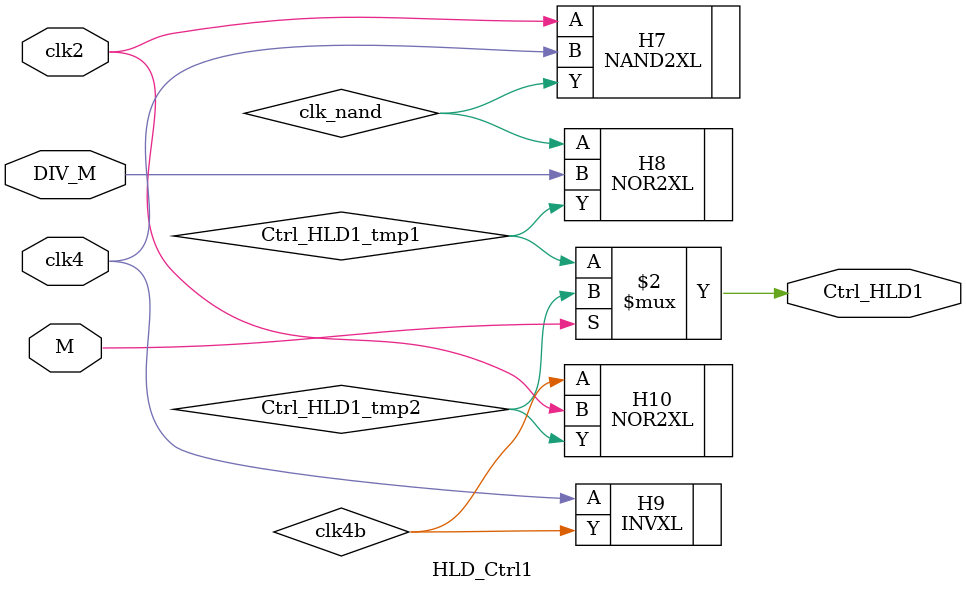
<source format=v>
module HLD_Ctrl1 (
    input clk2,
    input clk4,
    input M,
    input DIV_M,
    output  Ctrl_HLD1
);
    wire clk_nand;
    wire Ctrl_HLD1_tmp1,Ctrl_HLD1_tmp2;
    wire clk4b;

    NAND2XL H7(.A(clk2),.B(clk4),.Y(clk_nand));
    NOR2XL H8(.A(clk_nand),.B(DIV_M),.Y(Ctrl_HLD1_tmp1));
    INVXL H9(.A(clk4),.Y(clk4b));
    NOR2XL H10(.A(clk4b),.B(clk2),.Y(Ctrl_HLD1_tmp2));
    assign Ctrl_HLD1 = (M == 1) ? Ctrl_HLD1_tmp2:Ctrl_HLD1_tmp1;
endmodule
</source>
